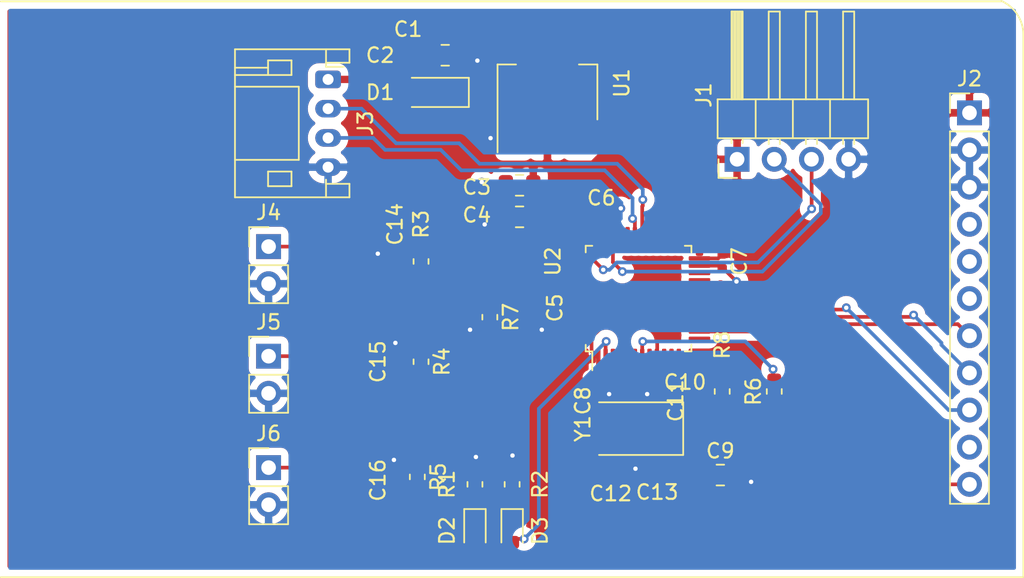
<source format=kicad_pcb>
(kicad_pcb (version 20171130) (host pcbnew "(5.1.5)-3")
  (layers (0 F.Cu signal) (31 B.Cu signal) (34 B.Paste user) (35 F.Paste user) (36 B.SilkS user) (37 F.SilkS user) (38 B.Mask user) (39 F.Mask user) (44 Edge.Cuts user))
  (net 0 "")
  (net 1 GND)
  (net 2 "Net-(C1-Pad1)")
  (net 3 +3.3VA)
  (net 4 HSE_IN)
  (net 5 HSE_OUT)
  (net 6 "Net-(D2-Pad1)")
  (net 7 "Net-(D3-Pad2)")
  (net 8 "Net-(D3-Pad1)")
  (net 9 VCC)
  (net 10 SWCLK)
  (net 11 SWDIO)
  (net 12 SS)
  (net 13 MOSI)
  (net 14 MISO)
  (net 15 SCK)
  (net 16 UART_RX)
  (net 17 UART_TX)
  (net 18 BOOT0)
  (net 19 BOOT1)
  (net 20 "Net-(U2-Pad46)")
  (net 21 "Net-(U2-Pad45)")
  (net 22 "Net-(U2-Pad43)")
  (net 23 "Net-(U2-Pad42)")
  (net 24 "Net-(U2-Pad38)")
  (net 25 CAN_TX)
  (net 26 "Net-(U2-Pad29)")
  (net 27 "Net-(U2-Pad28)")
  (net 28 "Net-(U2-Pad27)")
  (net 29 "Net-(U2-Pad26)")
  (net 30 "Net-(U2-Pad25)")
  (net 31 "Net-(U2-Pad22)")
  (net 32 "Net-(U2-Pad21)")
  (net 33 "Net-(U2-Pad20)")
  (net 34 "Net-(U2-Pad19)")
  (net 35 "Net-(U2-Pad18)")
  (net 36 "Net-(U2-Pad13)")
  (net 37 "Net-(U2-Pad12)")
  (net 38 "Net-(U2-Pad10)")
  (net 39 "Net-(U2-Pad4)")
  (net 40 "Net-(U2-Pad3)")
  (net 41 "Net-(J2-Pad10)")
  (net 42 "Net-(J2-Pad6)")
  (net 43 "Net-(J2-Pad5)")
  (net 44 "Net-(J2-Pad4)")
  (net 45 BTN_UP)
  (net 46 BTN_DOWN)
  (net 47 BTN_SELECT)
  (net 48 CAN_RX)
  (net 49 "Net-(R6-Pad2)")
  (module Connector_PinHeader_2.54mm:PinHeader_1x11_P2.54mm_Vertical (layer F.Cu) (at 85.217 26.67)
    (fp_text reference J2 (at 0 -2.33) (layer F.SilkS))
    (fp_text value LCD_SPI)
    (pad 11 thru_hole oval (at 0 25.4) (size 1.7 1.7) (drill 1) (layers *.Cu *.Mask) (net 12 SS))
    (pad 10 thru_hole oval (at 0 22.86) (size 1.7 1.7) (drill 1) (layers *.Cu *.Mask) (net 41 "Net-(J2-Pad10)"))
    (pad 9 thru_hole oval (at 0 20.32) (size 1.7 1.7) (drill 1) (layers *.Cu *.Mask) (net 13 MOSI))
    (pad 8 thru_hole oval (at 0 17.78) (size 1.7 1.7) (drill 1) (layers *.Cu *.Mask) (net 14 MISO))
    (pad 7 thru_hole oval (at 0 15.24) (size 1.7 1.7) (drill 1) (layers *.Cu *.Mask) (net 15 SCK))
    (pad 6 thru_hole oval (at 0 12.7) (size 1.7 1.7) (drill 1) (layers *.Cu *.Mask) (net 42 "Net-(J2-Pad6)"))
    (pad 5 thru_hole oval (at 0 10.16) (size 1.7 1.7) (drill 1) (layers *.Cu *.Mask) (net 43 "Net-(J2-Pad5)"))
    (pad 4 thru_hole oval (at 0 7.62) (size 1.7 1.7) (drill 1) (layers *.Cu *.Mask) (net 44 "Net-(J2-Pad4)"))
    (pad 3 thru_hole oval (at 0 5.08) (size 1.7 1.7) (drill 1) (layers *.Cu *.Mask) (net 1 GND))
    (pad 2 thru_hole oval (at 0 2.54) (size 1.7 1.7) (drill 1) (layers *.Cu *.Mask) (net 1 GND))
    (pad 1 thru_hole rect (at 0 0) (size 1.7 1.7) (drill 1) (layers *.Cu *.Mask) (net 3 +3.3VA))
  )
  (module Connector_PinHeader_2.54mm:PinHeader_1x02_P2.54mm_Vertical (layer F.Cu) (at 37.338 50.927)
    (fp_text reference J6 (at 0 -2.33) (layer F.SilkS))
    (fp_text value SELECT)
    (pad 2 thru_hole oval (at 0 2.54) (size 1.7 1.7) (drill 1) (layers *.Cu *.Mask) (net 1 GND))
    (pad 1 thru_hole rect (at 0 0) (size 1.7 1.7) (drill 1) (layers *.Cu *.Mask) (net 47 BTN_SELECT))
  )
  (module Connector_PinHeader_2.54mm:PinHeader_1x02_P2.54mm_Vertical (layer F.Cu) (at 37.338 43.307)
    (fp_text reference J5 (at 0 -2.33) (layer F.SilkS))
    (fp_text value DOWN)
    (pad 2 thru_hole oval (at 0 2.54) (size 1.7 1.7) (drill 1) (layers *.Cu *.Mask) (net 1 GND))
    (pad 1 thru_hole rect (at 0 0) (size 1.7 1.7) (drill 1) (layers *.Cu *.Mask) (net 46 BTN_DOWN))
  )
  (module Connector_PinHeader_2.54mm:PinHeader_1x02_P2.54mm_Vertical (layer F.Cu) (at 37.338 35.814)
    (fp_text reference J4 (at 0 -2.33) (layer F.SilkS))
    (fp_text value UP)
    (pad 2 thru_hole oval (at 0 2.54) (size 1.7 1.7) (drill 1) (layers *.Cu *.Mask) (net 1 GND))
    (pad 1 thru_hole rect (at 0 0) (size 1.7 1.7) (drill 1) (layers *.Cu *.Mask) (net 45 BTN_UP))
  )
  (module Connector_PinHeader_2.54mm:PinHeader_1x04_P2.54mm_Horizontal (layer F.Cu) (at 69.342 29.845 90)
    (fp_text reference J1 (at 4.385 -2.27 90) (layer F.SilkS))
    (fp_text value JTAG)
    (pad 4 thru_hole oval (at 0 7.62 90) (size 1.7 1.7) (drill 1) (layers *.Cu *.Mask) (net 1 GND))
    (pad 3 thru_hole oval (at 0 5.08 90) (size 1.7 1.7) (drill 1) (layers *.Cu *.Mask) (net 10 SWCLK))
    (pad 2 thru_hole oval (at 0 2.54 90) (size 1.7 1.7) (drill 1) (layers *.Cu *.Mask) (net 11 SWDIO))
    (pad 1 thru_hole rect (at 0 0 90) (size 1.7 1.7) (drill 1) (layers *.Cu *.Mask) (net 3 +3.3VA))
  )
  (module Resistor_SMD:R_0603_1608Metric (layer F.Cu) (at 71.882 45.72 90)
    (fp_text reference R6 (at 0 -1.43 90) (layer F.SilkS))
    (fp_text value 10k)
    (pad 2 smd roundrect (at 0.7875 0 90) (size 0.875 0.95) (layers F.Cu F.Paste F.Mask) (net 49 "Net-(R6-Pad2)"))
    (pad 1 smd roundrect (at -0.7875 0 90) (size 0.875 0.95) (layers F.Cu F.Paste F.Mask) (net 3 +3.3VA))
  )
  (module Connector_JST:JST_PH_S4B-PH-K_1x04_P2.00mm_Horizontal (layer F.Cu) (at 41.402 24.384 270)
    (fp_text reference J3 (at 3 -2.55 90) (layer F.SilkS))
    (fp_text value VESC)
    (pad 4 thru_hole oval (at 6 0 270) (size 1.2 1.75) (drill 0.75) (layers *.Cu *.Mask) (net 1 GND))
    (pad 3 thru_hole oval (at 4 0 270) (size 1.2 1.75) (drill 0.75) (layers *.Cu *.Mask) (net 16 UART_RX))
    (pad 2 thru_hole oval (at 2 0 270) (size 1.2 1.75) (drill 0.75) (layers *.Cu *.Mask) (net 17 UART_TX))
    (pad 1 thru_hole roundrect (at 0 0 270) (size 1.2 1.75) (drill 0.75) (layers *.Cu *.Mask) (roundrect_rratio 0.208333) (net 9 VCC))
  )
  (module Capacitor_SMD:C_0805_2012Metric (layer F.Cu) (at 54.483 33.782 180)
    (fp_text reference C4 (at 2.921 0.127) (layer F.SilkS))
    (fp_text value 22u)
    (pad 2 smd roundrect (at 0.9375 0 180) (size 0.975 1.4) (layers F.Cu F.Paste F.Mask) (net 1 GND))
    (pad 1 smd roundrect (at -0.9375 0 180) (size 0.975 1.4) (layers F.Cu F.Paste F.Mask) (net 3 +3.3VA))
  )
  (module Capacitor_SMD:C_0402_1005Metric (layer F.Cu) (at 49.426 20.955)
    (fp_text reference C1 (at -2.563 0) (layer F.SilkS))
    (fp_text value 100n)
    (pad 2 smd roundrect (at 0.485 0) (size 0.59 0.64) (layers F.Cu F.Paste F.Mask) (net 1 GND))
    (pad 1 smd roundrect (at -0.485 0) (size 0.59 0.64) (layers F.Cu F.Paste F.Mask) (net 2 "Net-(C1-Pad1)"))
  )
  (module Resistor_SMD:R_0603_1608Metric (layer F.Cu) (at 52.451 40.64 270)
    (fp_text reference R7 (at 0 -1.43 90) (layer F.SilkS))
    (fp_text value 10k)
    (pad 2 smd roundrect (at 0.7875 0 270) (size 0.875 0.95) (layers F.Cu F.Paste F.Mask) (net 1 GND))
    (pad 1 smd roundrect (at -0.7875 0 270) (size 0.875 0.95) (layers F.Cu F.Paste F.Mask) (net 18 BOOT0))
  )
  (module Resistor_SMD:R_0603_1608Metric (layer F.Cu) (at 47.498 51.562 270)
    (fp_text reference R5 (at 0 -1.43 90) (layer F.SilkS))
    (fp_text value 10k)
    (pad 2 smd roundrect (at 0.7875 0 270) (size 0.875 0.95) (layers F.Cu F.Paste F.Mask) (net 47 BTN_SELECT))
    (pad 1 smd roundrect (at -0.7875 0 270) (size 0.875 0.95) (layers F.Cu F.Paste F.Mask) (net 3 +3.3VA))
  )
  (module Resistor_SMD:R_0603_1608Metric (layer F.Cu) (at 47.752 43.688 270)
    (fp_text reference R4 (at 0 -1.43 90) (layer F.SilkS))
    (fp_text value 10k)
    (pad 2 smd roundrect (at 0.7875 0 270) (size 0.875 0.95) (layers F.Cu F.Paste F.Mask) (net 46 BTN_DOWN))
    (pad 1 smd roundrect (at -0.7875 0 270) (size 0.875 0.95) (layers F.Cu F.Paste F.Mask) (net 3 +3.3VA))
  )
  (module Resistor_SMD:R_0603_1608Metric (layer F.Cu) (at 47.752 36.83 270)
    (fp_text reference R3 (at -2.54 0 90) (layer F.SilkS))
    (fp_text value 10k)
    (pad 2 smd roundrect (at 0.7875 0 270) (size 0.875 0.95) (layers F.Cu F.Paste F.Mask) (net 45 BTN_UP))
    (pad 1 smd roundrect (at -0.7875 0 270) (size 0.875 0.95) (layers F.Cu F.Paste F.Mask) (net 3 +3.3VA))
  )
  (module Capacitor_SMD:C_0402_1005Metric (layer F.Cu) (at 45.974 51.793 90)
    (fp_text reference C16 (at 0 -1.17 90) (layer F.SilkS))
    (fp_text value 100n)
    (pad 2 smd roundrect (at 0.485 0 90) (size 0.59 0.64) (layers F.Cu F.Paste F.Mask) (net 1 GND))
    (pad 1 smd roundrect (at -0.485 0 90) (size 0.59 0.64) (layers F.Cu F.Paste F.Mask) (net 47 BTN_SELECT))
  )
  (module Capacitor_SMD:C_0402_1005Metric (layer F.Cu) (at 45.974 43.688 90)
    (fp_text reference C15 (at 0 -1.17 90) (layer F.SilkS))
    (fp_text value 100n)
    (pad 2 smd roundrect (at 0.485 0 90) (size 0.59 0.64) (layers F.Cu F.Paste F.Mask) (net 1 GND))
    (pad 1 smd roundrect (at -0.485 0 90) (size 0.59 0.64) (layers F.Cu F.Paste F.Mask) (net 46 BTN_DOWN))
  )
  (module Capacitor_SMD:C_0402_1005Metric (layer F.Cu) (at 45.974 36.83 90)
    (fp_text reference C14 (at 2.54 0 90) (layer F.SilkS))
    (fp_text value 100n)
    (pad 2 smd roundrect (at 0.485 0 90) (size 0.59 0.64) (layers F.Cu F.Paste F.Mask) (net 1 GND))
    (pad 1 smd roundrect (at -0.485 0 90) (size 0.59 0.64) (layers F.Cu F.Paste F.Mask) (net 45 BTN_UP))
  )
  (module Capacitor_SMD:C_0805_2012Metric (layer F.Cu) (at 68.199 51.435)
    (fp_text reference C9 (at 0 -1.65) (layer F.SilkS))
    (fp_text value 10u)
    (pad 2 smd roundrect (at 0.9375 0) (size 0.975 1.4) (layers F.Cu F.Paste F.Mask) (net 1 GND))
    (pad 1 smd roundrect (at -0.9375 0) (size 0.975 1.4) (layers F.Cu F.Paste F.Mask) (net 3 +3.3VA))
  )
  (module Package_TO_SOT_SMD:SOT-223-3_TabPin2 (layer F.Cu) (at 56.388 25.273 90)
    (fp_text reference U1 (at 0.635 5.08 90) (layer F.SilkS))
    (fp_text value AMS1117-3.3)
    (pad 1 smd rect (at -3.15 -2.3 90) (size 2 1.5) (layers F.Cu F.Paste F.Mask) (net 1 GND))
    (pad 3 smd rect (at -3.15 2.3 90) (size 2 1.5) (layers F.Cu F.Paste F.Mask) (net 2 "Net-(C1-Pad1)"))
    (pad 2 smd rect (at -3.15 0 90) (size 2 1.5) (layers F.Cu F.Paste F.Mask) (net 3 +3.3VA))
    (pad 2 smd rect (at 3.15 0 90) (size 2 3.8) (layers F.Cu F.Paste F.Mask) (net 3 +3.3VA))
  )
  (module Resistor_SMD:R_0603_1608Metric (layer F.Cu) (at 68.326 45.72 270)
    (fp_text reference R8 (at -3.175 0 90) (layer F.SilkS))
    (fp_text value 10k)
    (pad 2 smd roundrect (at 0.7875 0 270) (size 0.875 0.95) (layers F.Cu F.Paste F.Mask) (net 1 GND))
    (pad 1 smd roundrect (at -0.7875 0 270) (size 0.875 0.95) (layers F.Cu F.Paste F.Mask) (net 19 BOOT1))
  )
  (module Resistor_SMD:R_0603_1608Metric (layer F.Cu) (at 53.975 52.07 90)
    (fp_text reference R2 (at 0 1.905 90) (layer F.SilkS))
    (fp_text value 1k)
    (pad 2 smd roundrect (at 0.7875 0 90) (size 0.875 0.95) (layers F.Cu F.Paste F.Mask) (net 1 GND))
    (pad 1 smd roundrect (at -0.7875 0 90) (size 0.875 0.95) (layers F.Cu F.Paste F.Mask) (net 8 "Net-(D3-Pad1)"))
  )
  (module Resistor_SMD:R_0603_1608Metric (layer F.Cu) (at 51.435 52.07 90)
    (fp_text reference R1 (at 0 -1.905 90) (layer F.SilkS))
    (fp_text value 1k)
    (pad 2 smd roundrect (at 0.7875 0 90) (size 0.875 0.95) (layers F.Cu F.Paste F.Mask) (net 1 GND))
    (pad 1 smd roundrect (at -0.7875 0 90) (size 0.875 0.95) (layers F.Cu F.Paste F.Mask) (net 6 "Net-(D2-Pad1)"))
  )
  (module LED_SMD:LED_0603_1608Metric (layer F.Cu) (at 53.975 55.245 270)
    (fp_text reference D3 (at 0 -1.905 90) (layer F.SilkS))
    (fp_text value Blue)
    (pad 2 smd roundrect (at 0.7875 0 270) (size 0.875 0.95) (layers F.Cu F.Paste F.Mask) (net 7 "Net-(D3-Pad2)"))
    (pad 1 smd roundrect (at -0.7875 0 270) (size 0.875 0.95) (layers F.Cu F.Paste F.Mask) (net 8 "Net-(D3-Pad1)"))
  )
  (module LED_SMD:LED_0603_1608Metric (layer F.Cu) (at 51.435 55.245 270)
    (fp_text reference D2 (at 0 1.905 90) (layer F.SilkS))
    (fp_text value Red)
    (pad 2 smd roundrect (at 0.7875 0 270) (size 0.875 0.95) (layers F.Cu F.Paste F.Mask) (net 3 +3.3VA))
    (pad 1 smd roundrect (at -0.7875 0 270) (size 0.875 0.95) (layers F.Cu F.Paste F.Mask) (net 6 "Net-(D2-Pad1)"))
  )
  (module Diode_SMD:D_SOD-123 (layer F.Cu) (at 48.768 25.273 180)
    (fp_text reference D1 (at 3.81 0) (layer F.SilkS))
    (fp_text value B5819w)
    (pad 2 smd rect (at 1.65 0 180) (size 0.9 1.2) (layers F.Cu F.Paste F.Mask) (net 9 VCC))
    (pad 1 smd rect (at -1.65 0 180) (size 0.9 1.2) (layers F.Cu F.Paste F.Mask) (net 2 "Net-(C1-Pad1)"))
  )
  (module Capacitor_SMD:C_0402_1005Metric (layer F.Cu) (at 63.881 51.435 180)
    (fp_text reference C13 (at 0 -1.17) (layer F.SilkS))
    (fp_text value 15p)
    (pad 2 smd roundrect (at 0.485 0 180) (size 0.59 0.64) (layers F.Cu F.Paste F.Mask) (net 1 GND))
    (pad 1 smd roundrect (at -0.485 0 180) (size 0.59 0.64) (layers F.Cu F.Paste F.Mask) (net 5 HSE_OUT))
  )
  (module Capacitor_SMD:C_0402_1005Metric (layer F.Cu) (at 60.706 51.435)
    (fp_text reference C12 (at 0 1.27) (layer F.SilkS))
    (fp_text value 15p)
    (pad 2 smd roundrect (at 0.485 0) (size 0.59 0.64) (layers F.Cu F.Paste F.Mask) (net 1 GND))
    (pad 1 smd roundrect (at -0.485 0) (size 0.59 0.64) (layers F.Cu F.Paste F.Mask) (net 4 HSE_IN))
  )
  (module Capacitor_SMD:C_0402_1005Metric (layer F.Cu) (at 66.421 46.355 270)
    (fp_text reference C11 (at 0 1.27 90) (layer F.SilkS))
    (fp_text value 1u)
    (pad 2 smd roundrect (at 0.485 0 270) (size 0.59 0.64) (layers F.Cu F.Paste F.Mask) (net 1 GND))
    (pad 1 smd roundrect (at -0.485 0 270) (size 0.59 0.64) (layers F.Cu F.Paste F.Mask) (net 3 +3.3VA))
  )
  (module Capacitor_SMD:C_0402_1005Metric (layer F.Cu) (at 63.881 45.085 180)
    (fp_text reference C10 (at -1.905 0) (layer F.SilkS))
    (fp_text value 100n)
    (pad 2 smd roundrect (at 0.485 0 180) (size 0.59 0.64) (layers F.Cu F.Paste F.Mask) (net 1 GND))
    (pad 1 smd roundrect (at -0.485 0 180) (size 0.59 0.64) (layers F.Cu F.Paste F.Mask) (net 3 +3.3VA))
  )
  (module Capacitor_SMD:C_0402_1005Metric (layer F.Cu) (at 60.071 45.085)
    (fp_text reference C8 (at -1.27 1.27 -90) (layer F.SilkS))
    (fp_text value 100n)
    (pad 2 smd roundrect (at 0.485 0) (size 0.59 0.64) (layers F.Cu F.Paste F.Mask) (net 1 GND))
    (pad 1 smd roundrect (at -0.485 0) (size 0.59 0.64) (layers F.Cu F.Paste F.Mask) (net 3 +3.3VA))
  )
  (module Package_QFP:LQFP-48_7x7mm_P0.5mm (layer F.Cu) (at 62.611 39.37 90)
    (fp_text reference U2 (at 2.54 -5.85 90) (layer F.SilkS))
    (fp_text value STM32F103C8T6)
    (pad 48 smd roundrect (at -2.75 -4.1625 90) (size 0.3 1.475) (layers F.Cu F.Paste F.Mask) (net 3 +3.3VA))
    (pad 47 smd roundrect (at -2.25 -4.1625 90) (size 0.3 1.475) (layers F.Cu F.Paste F.Mask) (net 1 GND))
    (pad 46 smd roundrect (at -1.75 -4.1625 90) (size 0.3 1.475) (layers F.Cu F.Paste F.Mask) (net 20 "Net-(U2-Pad46)"))
    (pad 45 smd roundrect (at -1.25 -4.1625 90) (size 0.3 1.475) (layers F.Cu F.Paste F.Mask) (net 21 "Net-(U2-Pad45)"))
    (pad 44 smd roundrect (at -0.75 -4.1625 90) (size 0.3 1.475) (layers F.Cu F.Paste F.Mask) (net 18 BOOT0))
    (pad 43 smd roundrect (at -0.25 -4.1625 90) (size 0.3 1.475) (layers F.Cu F.Paste F.Mask) (net 22 "Net-(U2-Pad43)"))
    (pad 42 smd roundrect (at 0.25 -4.1625 90) (size 0.3 1.475) (layers F.Cu F.Paste F.Mask) (net 23 "Net-(U2-Pad42)"))
    (pad 41 smd roundrect (at 0.75 -4.1625 90) (size 0.3 1.475) (layers F.Cu F.Paste F.Mask) (net 47 BTN_SELECT))
    (pad 40 smd roundrect (at 1.25 -4.1625 90) (size 0.3 1.475) (layers F.Cu F.Paste F.Mask) (net 46 BTN_DOWN))
    (pad 39 smd roundrect (at 1.75 -4.1625 90) (size 0.3 1.475) (layers F.Cu F.Paste F.Mask) (net 45 BTN_UP))
    (pad 38 smd roundrect (at 2.25 -4.1625 90) (size 0.3 1.475) (layers F.Cu F.Paste F.Mask) (net 24 "Net-(U2-Pad38)"))
    (pad 37 smd roundrect (at 2.75 -4.1625 90) (size 0.3 1.475) (layers F.Cu F.Paste F.Mask) (net 10 SWCLK))
    (pad 36 smd roundrect (at 4.1625 -2.75 90) (size 1.475 0.3) (layers F.Cu F.Paste F.Mask) (net 3 +3.3VA))
    (pad 35 smd roundrect (at 4.1625 -2.25 90) (size 1.475 0.3) (layers F.Cu F.Paste F.Mask) (net 1 GND))
    (pad 34 smd roundrect (at 4.1625 -1.75 90) (size 1.475 0.3) (layers F.Cu F.Paste F.Mask) (net 11 SWDIO))
    (pad 33 smd roundrect (at 4.1625 -1.25 90) (size 1.475 0.3) (layers F.Cu F.Paste F.Mask) (net 25 CAN_TX))
    (pad 32 smd roundrect (at 4.1625 -0.75 90) (size 1.475 0.3) (layers F.Cu F.Paste F.Mask) (net 48 CAN_RX))
    (pad 31 smd roundrect (at 4.1625 -0.25 90) (size 1.475 0.3) (layers F.Cu F.Paste F.Mask) (net 16 UART_RX))
    (pad 30 smd roundrect (at 4.1625 0.25 90) (size 1.475 0.3) (layers F.Cu F.Paste F.Mask) (net 17 UART_TX))
    (pad 29 smd roundrect (at 4.1625 0.75 90) (size 1.475 0.3) (layers F.Cu F.Paste F.Mask) (net 26 "Net-(U2-Pad29)"))
    (pad 28 smd roundrect (at 4.1625 1.25 90) (size 1.475 0.3) (layers F.Cu F.Paste F.Mask) (net 27 "Net-(U2-Pad28)"))
    (pad 27 smd roundrect (at 4.1625 1.75 90) (size 1.475 0.3) (layers F.Cu F.Paste F.Mask) (net 28 "Net-(U2-Pad27)"))
    (pad 26 smd roundrect (at 4.1625 2.25 90) (size 1.475 0.3) (layers F.Cu F.Paste F.Mask) (net 29 "Net-(U2-Pad26)"))
    (pad 25 smd roundrect (at 4.1625 2.75 90) (size 1.475 0.3) (layers F.Cu F.Paste F.Mask) (net 30 "Net-(U2-Pad25)"))
    (pad 24 smd roundrect (at 2.75 4.1625 90) (size 0.3 1.475) (layers F.Cu F.Paste F.Mask) (net 3 +3.3VA))
    (pad 23 smd roundrect (at 2.25 4.1625 90) (size 0.3 1.475) (layers F.Cu F.Paste F.Mask) (net 1 GND))
    (pad 22 smd roundrect (at 1.75 4.1625 90) (size 0.3 1.475) (layers F.Cu F.Paste F.Mask) (net 31 "Net-(U2-Pad22)"))
    (pad 21 smd roundrect (at 1.25 4.1625 90) (size 0.3 1.475) (layers F.Cu F.Paste F.Mask) (net 32 "Net-(U2-Pad21)"))
    (pad 20 smd roundrect (at 0.75 4.1625 90) (size 0.3 1.475) (layers F.Cu F.Paste F.Mask) (net 33 "Net-(U2-Pad20)"))
    (pad 19 smd roundrect (at 0.25 4.1625 90) (size 0.3 1.475) (layers F.Cu F.Paste F.Mask) (net 34 "Net-(U2-Pad19)"))
    (pad 18 smd roundrect (at -0.25 4.1625 90) (size 0.3 1.475) (layers F.Cu F.Paste F.Mask) (net 35 "Net-(U2-Pad18)"))
    (pad 17 smd roundrect (at -0.75 4.1625 90) (size 0.3 1.475) (layers F.Cu F.Paste F.Mask) (net 13 MOSI))
    (pad 16 smd roundrect (at -1.25 4.1625 90) (size 0.3 1.475) (layers F.Cu F.Paste F.Mask) (net 14 MISO))
    (pad 15 smd roundrect (at -1.75 4.1625 90) (size 0.3 1.475) (layers F.Cu F.Paste F.Mask) (net 15 SCK))
    (pad 14 smd roundrect (at -2.25 4.1625 90) (size 0.3 1.475) (layers F.Cu F.Paste F.Mask) (net 12 SS))
    (pad 13 smd roundrect (at -2.75 4.1625 90) (size 0.3 1.475) (layers F.Cu F.Paste F.Mask) (net 36 "Net-(U2-Pad13)"))
    (pad 12 smd roundrect (at -4.1625 2.75 90) (size 1.475 0.3) (layers F.Cu F.Paste F.Mask) (net 37 "Net-(U2-Pad12)"))
    (pad 11 smd roundrect (at -4.1625 2.25 90) (size 1.475 0.3) (layers F.Cu F.Paste F.Mask) (net 19 BOOT1))
    (pad 10 smd roundrect (at -4.1625 1.75 90) (size 1.475 0.3) (layers F.Cu F.Paste F.Mask) (net 38 "Net-(U2-Pad10)"))
    (pad 9 smd roundrect (at -4.1625 1.25 90) (size 1.475 0.3) (layers F.Cu F.Paste F.Mask) (net 3 +3.3VA))
    (pad 8 smd roundrect (at -4.1625 0.75 90) (size 1.475 0.3) (layers F.Cu F.Paste F.Mask) (net 1 GND))
    (pad 7 smd roundrect (at -4.1625 0.25 90) (size 1.475 0.3) (layers F.Cu F.Paste F.Mask) (net 49 "Net-(R6-Pad2)"))
    (pad 6 smd roundrect (at -4.1625 -0.25 90) (size 1.475 0.3) (layers F.Cu F.Paste F.Mask) (net 5 HSE_OUT))
    (pad 5 smd roundrect (at -4.1625 -0.75 90) (size 1.475 0.3) (layers F.Cu F.Paste F.Mask) (net 4 HSE_IN))
    (pad 4 smd roundrect (at -4.1625 -1.25 90) (size 1.475 0.3) (layers F.Cu F.Paste F.Mask) (net 39 "Net-(U2-Pad4)"))
    (pad 3 smd roundrect (at -4.1625 -1.75 90) (size 1.475 0.3) (layers F.Cu F.Paste F.Mask) (net 40 "Net-(U2-Pad3)"))
    (pad 2 smd roundrect (at -4.1625 -2.25 90) (size 1.475 0.3) (layers F.Cu F.Paste F.Mask) (net 7 "Net-(D3-Pad2)"))
    (pad 1 smd roundrect (at -4.1625 -2.75 90) (size 1.475 0.3) (layers F.Cu F.Paste F.Mask) (net 3 +3.3VA))
  )
  (module Crystal:Crystal_SMD_5032-2Pin_5.0x3.2mm (layer F.Cu) (at 62.611 48.26 180)
    (fp_text reference Y1 (at 3.81 0 270) (layer F.SilkS))
    (fp_text value 8MHz)
    (pad 2 smd rect (at 1.85 0 180) (size 2 2.4) (layers F.Cu F.Paste F.Mask) (net 4 HSE_IN))
    (pad 1 smd rect (at -1.85 0 180) (size 2 2.4) (layers F.Cu F.Paste F.Mask) (net 5 HSE_OUT))
  )
  (module Capacitor_SMD:C_0402_1005Metric (layer F.Cu) (at 68.326 36.83 270)
    (fp_text reference C7 (at 0 -1.17 90) (layer F.SilkS))
    (fp_text value 100n)
    (pad 2 smd roundrect (at 0.485 0 270) (size 0.59 0.64) (layers F.Cu F.Paste F.Mask) (net 1 GND))
    (pad 1 smd roundrect (at -0.485 0 270) (size 0.59 0.64) (layers F.Cu F.Paste F.Mask) (net 3 +3.3VA))
  )
  (module Capacitor_SMD:C_0402_1005Metric (layer F.Cu) (at 60.071 33.655)
    (fp_text reference C6 (at 0 -1.17) (layer F.SilkS))
    (fp_text value 100n)
    (pad 2 smd roundrect (at 0.485 0) (size 0.59 0.64) (layers F.Cu F.Paste F.Mask) (net 1 GND))
    (pad 1 smd roundrect (at -0.485 0) (size 0.59 0.64) (layers F.Cu F.Paste F.Mask) (net 3 +3.3VA))
  )
  (module Capacitor_SMD:C_0402_1005Metric (layer F.Cu) (at 56.896 41.91 90)
    (fp_text reference C5 (at 1.905 0 90) (layer F.SilkS))
    (fp_text value 100n)
    (pad 2 smd roundrect (at 0.485 0 90) (size 0.59 0.64) (layers F.Cu F.Paste F.Mask) (net 1 GND))
    (pad 1 smd roundrect (at -0.485 0 90) (size 0.59 0.64) (layers F.Cu F.Paste F.Mask) (net 3 +3.3VA))
  )
  (module Capacitor_SMD:C_0805_2012Metric (layer F.Cu) (at 54.483 31.623 180)
    (fp_text reference C3 (at 2.921 -0.127) (layer F.SilkS))
    (fp_text value 22u)
    (pad 2 smd roundrect (at 0.9375 0 180) (size 0.975 1.4) (layers F.Cu F.Paste F.Mask) (net 1 GND))
    (pad 1 smd roundrect (at -0.9375 0 180) (size 0.975 1.4) (layers F.Cu F.Paste F.Mask) (net 3 +3.3VA))
  )
  (module Capacitor_SMD:C_0805_2012Metric (layer F.Cu) (at 49.403 22.733)
    (fp_text reference C2 (at -4.445 0) (layer F.SilkS))
    (fp_text value 10u)
    (pad 2 smd roundrect (at 0.9375 0) (size 0.975 1.4) (layers F.Cu F.Paste F.Mask) (net 1 GND))
    (pad 1 smd roundrect (at -0.9375 0) (size 0.975 1.4) (layers F.Cu F.Paste F.Mask) (net 2 "Net-(C1-Pad1)"))
  )
  (gr_line (start 87.376 19.05) (end 19.05 19.05) (layer F.SilkS) (width 0.12))
  (gr_line (start 88.9 21.336) (end 88.9 58.42) (layer F.SilkS) (width 0.12))
  (gr_arc (start 86.36 21.336) (end 88.9 21.336) (angle -66.03751103) (layer F.SilkS) (width 0.12))
  (gr_line (start 88.9 58.42) (end 19.05 58.42) (layer F.SilkS) (width 0.12))
  (segment (start 68.131 37.12) (end 68.326 37.315) (width 0.25) (layer F.Cu) (net 1))
  (segment (start 66.7735 37.12) (end 68.131 37.12) (width 0.25) (layer F.Cu) (net 1))
  (via (at 51.6 23.1) (size 0.6) (drill 0.3) (layers F.Cu B.Cu) (net 1))
  (via (at 52.5 28.4) (size 0.6) (drill 0.3) (layers F.Cu B.Cu) (net 1))
  (segment (start 53.5455 31.623) (end 52.123 31.623) (width 0.25) (layer F.Cu) (net 1))
  (via (at 51.9 31.4) (size 0.6) (drill 0.3) (layers F.Cu B.Cu) (net 1))
  (segment (start 52.123 31.623) (end 51.9 31.4) (width 0.25) (layer F.Cu) (net 1))
  (via (at 52.1 34.3) (size 0.6) (drill 0.3) (layers F.Cu B.Cu) (net 1))
  (segment (start 53.5455 33.782) (end 52.618 33.782) (width 0.25) (layer F.Cu) (net 1))
  (segment (start 52.618 33.782) (end 52.1 34.3) (width 0.25) (layer F.Cu) (net 1))
  (segment (start 49.911 22.3035) (end 50.3405 22.733) (width 0.5) (layer F.Cu) (net 1))
  (segment (start 49.911 20.955) (end 49.911 22.3035) (width 0.5) (layer F.Cu) (net 1))
  (segment (start 51.233 22.733) (end 51.6 23.1) (width 0.5) (layer F.Cu) (net 1))
  (segment (start 50.3405 22.733) (end 51.233 22.733) (width 0.5) (layer F.Cu) (net 1))
  (segment (start 52.523 28.423) (end 52.5 28.4) (width 0.5) (layer F.Cu) (net 1))
  (segment (start 54.088 28.423) (end 52.523 28.423) (width 0.5) (layer F.Cu) (net 1))
  (segment (start 45.974 36.345) (end 44.845 36.345) (width 0.25) (layer F.Cu) (net 1))
  (via (at 44.8 36.3) (size 0.6) (drill 0.3) (layers F.Cu B.Cu) (net 1))
  (segment (start 44.845 36.345) (end 44.8 36.3) (width 0.25) (layer F.Cu) (net 1))
  (segment (start 45.974 43.203) (end 45.974 42.426) (width 0.25) (layer F.Cu) (net 1))
  (via (at 46 42.4) (size 0.6) (drill 0.3) (layers F.Cu B.Cu) (net 1))
  (segment (start 45.974 42.426) (end 46 42.4) (width 0.25) (layer F.Cu) (net 1))
  (segment (start 45.974 51.308) (end 45.974 50.474) (width 0.25) (layer F.Cu) (net 1))
  (via (at 45.9 50.4) (size 0.6) (drill 0.3) (layers F.Cu B.Cu) (net 1))
  (segment (start 45.974 50.474) (end 45.9 50.4) (width 0.25) (layer F.Cu) (net 1))
  (segment (start 51.435 51.2825) (end 53.975 51.2825) (width 0.25) (layer F.Cu) (net 1))
  (via (at 51.5 50.2) (size 0.6) (drill 0.3) (layers F.Cu B.Cu) (net 1))
  (segment (start 51.435 51.2825) (end 51.435 50.265) (width 0.25) (layer F.Cu) (net 1))
  (segment (start 51.435 50.265) (end 51.5 50.2) (width 0.25) (layer F.Cu) (net 1))
  (via (at 54 50.1) (size 0.6) (drill 0.3) (layers F.Cu B.Cu) (net 1))
  (segment (start 53.975 51.2825) (end 53.975 50.125) (width 0.25) (layer F.Cu) (net 1))
  (segment (start 53.975 50.125) (end 54 50.1) (width 0.25) (layer F.Cu) (net 1))
  (segment (start 63.066 51.4) (end 62.5 51.4) (width 0.25) (layer F.Cu) (net 1))
  (segment (start 63.101 51.435) (end 63.066 51.4) (width 0.25) (layer F.Cu) (net 1))
  (segment (start 63.396 51.435) (end 63.101 51.435) (width 0.25) (layer F.Cu) (net 1))
  (segment (start 61.191 51.435) (end 62.5 51.4) (width 0.25) (layer F.Cu) (net 1))
  (via (at 62.4 51) (size 0.6) (drill 0.3) (layers F.Cu B.Cu) (net 1))
  (segment (start 63.396 51.435) (end 62.835 51.435) (width 0.25) (layer F.Cu) (net 1))
  (segment (start 62.835 51.435) (end 62.4 51) (width 0.25) (layer F.Cu) (net 1))
  (via (at 70.3 51.9) (size 0.6) (drill 0.3) (layers F.Cu B.Cu) (net 1))
  (segment (start 69.1365 51.435) (end 69.835 51.435) (width 0.25) (layer F.Cu) (net 1))
  (segment (start 69.835 51.435) (end 70.3 51.9) (width 0.25) (layer F.Cu) (net 1))
  (segment (start 57.091 41.62) (end 56.896 41.425) (width 0.25) (layer F.Cu) (net 1))
  (segment (start 58.4485 41.62) (end 57.091 41.62) (width 0.25) (layer F.Cu) (net 1))
  (via (at 56 41.5) (size 0.6) (drill 0.3) (layers F.Cu B.Cu) (net 1))
  (segment (start 56.896 41.425) (end 56.075 41.425) (width 0.25) (layer F.Cu) (net 1))
  (segment (start 56.075 41.425) (end 56 41.5) (width 0.25) (layer F.Cu) (net 1))
  (via (at 51.1 41.5) (size 0.6) (drill 0.3) (layers F.Cu B.Cu) (net 1))
  (segment (start 52.451 41.4275) (end 51.1725 41.4275) (width 0.25) (layer F.Cu) (net 1))
  (segment (start 51.1725 41.4275) (end 51.1 41.5) (width 0.25) (layer F.Cu) (net 1))
  (via (at 61.4 33.2) (size 0.6) (drill 0.3) (layers F.Cu B.Cu) (net 1))
  (segment (start 60.556 33.655) (end 60.945 33.655) (width 0.25) (layer F.Cu) (net 1))
  (segment (start 60.945 33.655) (end 61.4 33.2) (width 0.25) (layer F.Cu) (net 1))
  (segment (start 63.361 45.05) (end 63.361 43.5325) (width 0.25) (layer F.Cu) (net 1))
  (segment (start 63.396 45.085) (end 63.361 45.05) (width 0.25) (layer F.Cu) (net 1))
  (via (at 60.6 45.9) (size 0.6) (drill 0.3) (layers F.Cu B.Cu) (net 1))
  (segment (start 60.556 45.085) (end 60.556 45.856) (width 0.25) (layer F.Cu) (net 1))
  (segment (start 60.556 45.856) (end 60.6 45.9) (width 0.25) (layer F.Cu) (net 1))
  (via (at 63.2 45.9) (size 0.6) (drill 0.3) (layers F.Cu B.Cu) (net 1))
  (segment (start 63.396 45.085) (end 63.396 45.704) (width 0.25) (layer F.Cu) (net 1))
  (segment (start 63.396 45.704) (end 63.2 45.9) (width 0.25) (layer F.Cu) (net 1))
  (segment (start 67.9935 46.84) (end 68.326 46.5075) (width 0.25) (layer F.Cu) (net 1))
  (segment (start 66.421 46.84) (end 67.9935 46.84) (width 0.25) (layer F.Cu) (net 1))
  (segment (start 68.326 50.6245) (end 69.1365 51.435) (width 0.25) (layer F.Cu) (net 1))
  (segment (start 68.326 46.5075) (end 68.326 50.6245) (width 0.25) (layer F.Cu) (net 1))
  (via (at 69.3 38.2) (size 0.6) (drill 0.3) (layers F.Cu B.Cu) (net 1))
  (segment (start 68.326 37.315) (end 68.415 37.315) (width 0.25) (layer F.Cu) (net 1))
  (segment (start 68.415 37.315) (end 69.3 38.2) (width 0.25) (layer F.Cu) (net 1))
  (segment (start 60.361 33.85) (end 60.361 35.2075) (width 0.25) (layer F.Cu) (net 1))
  (segment (start 60.556 33.655) (end 60.361 33.85) (width 0.25) (layer F.Cu) (net 1))
  (segment (start 59.574999 35.025001) (end 59.574999 36.025001) (width 0.25) (layer B.Cu) (net 1))
  (segment (start 61.4 33.2) (end 59.574999 35.025001) (width 0.25) (layer B.Cu) (net 1))
  (segment (start 56 39.6) (end 56 41.5) (width 0.25) (layer B.Cu) (net 1))
  (segment (start 59.574999 36.025001) (end 56 39.6) (width 0.25) (layer B.Cu) (net 1))
  (segment (start 68.5 39) (end 69.3 38.2) (width 0.25) (layer B.Cu) (net 1))
  (segment (start 61.4 33.9) (end 58.7 36.6) (width 0.25) (layer B.Cu) (net 1))
  (segment (start 61.4 33.2) (end 61.4 33.9) (width 0.25) (layer B.Cu) (net 1))
  (segment (start 58.7 36.6) (end 58.7 38.4) (width 0.25) (layer B.Cu) (net 1))
  (segment (start 58.7 38.4) (end 59.3 39) (width 0.25) (layer B.Cu) (net 1))
  (segment (start 59.3 39) (end 68.5 39) (width 0.25) (layer B.Cu) (net 1))
  (segment (start 58.688 26.923) (end 58.688 28.423) (width 0.5) (layer F.Cu) (net 2))
  (segment (start 57.038 25.273) (end 58.688 26.923) (width 0.5) (layer F.Cu) (net 2))
  (segment (start 50.418 25.273) (end 57.038 25.273) (width 0.5) (layer F.Cu) (net 2))
  (segment (start 50.418 24.6855) (end 48.4655 22.733) (width 0.5) (layer F.Cu) (net 2))
  (segment (start 50.418 25.273) (end 50.418 24.6855) (width 0.5) (layer F.Cu) (net 2))
  (segment (start 48.941 22.2575) (end 48.4655 22.733) (width 0.5) (layer F.Cu) (net 2))
  (segment (start 48.941 20.955) (end 48.941 22.2575) (width 0.5) (layer F.Cu) (net 2))
  (segment (start 68.051 36.62) (end 68.326 36.345) (width 0.25) (layer F.Cu) (net 3))
  (segment (start 66.7735 36.62) (end 68.051 36.62) (width 0.25) (layer F.Cu) (net 3))
  (segment (start 56.388 22.123) (end 56.523 22.123) (width 0.5) (layer F.Cu) (net 3))
  (segment (start 56.523 22.123) (end 60.3 25.9) (width 0.5) (layer F.Cu) (net 3))
  (segment (start 83.867 26.67) (end 85.217 26.67) (width 0.5) (layer F.Cu) (net 3))
  (segment (start 69.342 28.495) (end 71.167 26.67) (width 0.5) (layer F.Cu) (net 3))
  (segment (start 69.342 29.845) (end 69.342 28.495) (width 0.5) (layer F.Cu) (net 3))
  (segment (start 68.646 36.345) (end 70.391 34.6) (width 0.5) (layer F.Cu) (net 3))
  (segment (start 68.326 36.345) (end 68.646 36.345) (width 0.5) (layer F.Cu) (net 3))
  (segment (start 74.131002 34.6) (end 76.031002 32.7) (width 0.5) (layer F.Cu) (net 3))
  (segment (start 70.391 34.6) (end 74.131002 34.6) (width 0.5) (layer F.Cu) (net 3))
  (segment (start 76.031002 32.7) (end 81 32.7) (width 0.5) (layer F.Cu) (net 3))
  (segment (start 81.63 32.07) (end 81.63 26.67) (width 0.5) (layer F.Cu) (net 3))
  (segment (start 81 32.7) (end 81.63 32.07) (width 0.5) (layer F.Cu) (net 3))
  (segment (start 71.167 26.67) (end 81.63 26.67) (width 0.5) (layer F.Cu) (net 3))
  (segment (start 81.63 26.67) (end 83.867 26.67) (width 0.5) (layer F.Cu) (net 3))
  (segment (start 70.397 25.9) (end 71.167 26.67) (width 0.5) (layer F.Cu) (net 3))
  (segment (start 60.3 25.9) (end 70.397 25.9) (width 0.5) (layer F.Cu) (net 3))
  (segment (start 60.3 26.7) (end 60.2 26.8) (width 0.5) (layer F.Cu) (net 3))
  (segment (start 60.3 25.9) (end 60.3 26.7) (width 0.5) (layer F.Cu) (net 3))
  (segment (start 60.2 29.471002) (end 59.471002 30.2) (width 0.5) (layer F.Cu) (net 3))
  (segment (start 60.2 26.8) (end 60.2 29.471002) (width 0.5) (layer F.Cu) (net 3))
  (segment (start 56.388 29.923) (end 56.388 28.423) (width 0.5) (layer F.Cu) (net 3))
  (segment (start 56.665 30.2) (end 56.388 29.923) (width 0.5) (layer F.Cu) (net 3))
  (segment (start 59.471002 30.2) (end 56.665 30.2) (width 0.5) (layer F.Cu) (net 3))
  (segment (start 54.934973 34.267527) (end 54.934973 35.265027) (width 0.5) (layer F.Cu) (net 3))
  (segment (start 55.4205 33.782) (end 54.934973 34.267527) (width 0.5) (layer F.Cu) (net 3))
  (segment (start 54.934973 35.265027) (end 54.1575 36.0425) (width 0.5) (layer F.Cu) (net 3))
  (segment (start 54.1575 36.0425) (end 49.7575 36.0425) (width 0.5) (layer F.Cu) (net 3))
  (segment (start 49.7575 36.0425) (end 47.752 36.0425) (width 0.5) (layer F.Cu) (net 3))
  (segment (start 64.366 45.066768) (end 64.366 45.085) (width 0.25) (layer F.Cu) (net 3))
  (segment (start 63.861 44.561768) (end 64.366 45.066768) (width 0.25) (layer F.Cu) (net 3))
  (segment (start 63.861 43.5325) (end 63.861 44.561768) (width 0.25) (layer F.Cu) (net 3))
  (segment (start 63.88599 43.41401) (end 63.88599 40.98599) (width 0.25) (layer F.Cu) (net 3))
  (segment (start 63.861 43.5325) (end 63.861 43.439) (width 0.25) (layer F.Cu) (net 3))
  (segment (start 63.861 43.439) (end 63.88599 43.41401) (width 0.25) (layer F.Cu) (net 3))
  (segment (start 63.88599 40.98599) (end 63.2 40.3) (width 0.25) (layer F.Cu) (net 3))
  (segment (start 63.2 40.3) (end 61.2 40.3) (width 0.25) (layer F.Cu) (net 3))
  (segment (start 59.38 42.12) (end 58.4485 42.12) (width 0.25) (layer F.Cu) (net 3))
  (segment (start 59.861 43.439) (end 59.4 42.978) (width 0.25) (layer F.Cu) (net 3))
  (segment (start 59.4 42.978) (end 59.4 42) (width 0.25) (layer F.Cu) (net 3))
  (segment (start 59.861 43.5325) (end 59.861 43.439) (width 0.25) (layer F.Cu) (net 3))
  (segment (start 61.2 40.3) (end 59.4 42) (width 0.25) (layer F.Cu) (net 3))
  (segment (start 59.4 42) (end 59.38 42.12) (width 0.25) (layer F.Cu) (net 3))
  (segment (start 57.171 42.12) (end 56.896 42.395) (width 0.25) (layer F.Cu) (net 3))
  (segment (start 58.4485 42.12) (end 57.171 42.12) (width 0.25) (layer F.Cu) (net 3))
  (segment (start 59.861 33.93) (end 59.586 33.655) (width 0.25) (layer F.Cu) (net 3))
  (segment (start 59.861 35.2075) (end 59.861 33.93) (width 0.25) (layer F.Cu) (net 3))
  (segment (start 56.846 35.2075) (end 55.4205 33.782) (width 0.25) (layer F.Cu) (net 3))
  (segment (start 59.861 35.2075) (end 56.846 35.2075) (width 0.25) (layer F.Cu) (net 3))
  (segment (start 61.861 47.16) (end 60.761 48.26) (width 0.25) (layer F.Cu) (net 4))
  (segment (start 61.861 43.5325) (end 61.861 47.16) (width 0.25) (layer F.Cu) (net 4))
  (segment (start 60.221 50.25) (end 60.221 51.115) (width 0.25) (layer F.Cu) (net 4))
  (segment (start 60.761 49.71) (end 60.221 50.25) (width 0.25) (layer F.Cu) (net 4))
  (segment (start 60.221 51.115) (end 60.221 51.435) (width 0.25) (layer F.Cu) (net 4))
  (segment (start 60.761 48.26) (end 60.761 49.71) (width 0.25) (layer F.Cu) (net 4))
  (segment (start 63.211 48.26) (end 64.461 48.26) (width 0.25) (layer F.Cu) (net 5))
  (segment (start 62.361 47.41) (end 63.211 48.26) (width 0.25) (layer F.Cu) (net 5))
  (segment (start 62.361 43.5325) (end 62.361 47.41) (width 0.25) (layer F.Cu) (net 5))
  (segment (start 64.461 51.34) (end 64.366 51.435) (width 0.25) (layer F.Cu) (net 5))
  (segment (start 64.461 48.26) (end 64.461 51.34) (width 0.25) (layer F.Cu) (net 5))
  (segment (start 51.435 52.8575) (end 51.435 54.4575) (width 0.25) (layer F.Cu) (net 6))
  (segment (start 60.361 43.5325) (end 60.361 42.339) (width 0.25) (layer F.Cu) (net 7))
  (via (at 60.4 42.3) (size 0.6) (drill 0.3) (layers F.Cu B.Cu) (net 7))
  (segment (start 60.361 42.339) (end 60.4 42.3) (width 0.25) (layer F.Cu) (net 7))
  (segment (start 60.4 42.3) (end 55.8 46.9) (width 0.25) (layer B.Cu) (net 7))
  (via (at 54.8 55.8) (size 0.6) (drill 0.3) (layers F.Cu B.Cu) (net 7))
  (segment (start 55.8 46.9) (end 55.8 54.8) (width 0.25) (layer B.Cu) (net 7))
  (segment (start 55.8 54.8) (end 54.8 55.8) (width 0.25) (layer B.Cu) (net 7))
  (segment (start 54.2075 55.8) (end 53.975 56.0325) (width 0.25) (layer F.Cu) (net 7))
  (segment (start 54.8 55.8) (end 54.2075 55.8) (width 0.25) (layer F.Cu) (net 7))
  (segment (start 53.975 52.8575) (end 53.975 54.4575) (width 0.25) (layer F.Cu) (net 8))
  (segment (start 46.229 24.384) (end 47.118 25.273) (width 0.5) (layer F.Cu) (net 9))
  (segment (start 41.402 24.384) (end 46.229 24.384) (width 0.5) (layer F.Cu) (net 9))
  (via (at 60.2 37.4) (size 0.6) (drill 0.3) (layers F.Cu B.Cu) (net 10))
  (segment (start 58.4485 36.62) (end 59.42 36.62) (width 0.25) (layer F.Cu) (net 10))
  (segment (start 59.42 36.62) (end 60.2 37.4) (width 0.25) (layer F.Cu) (net 10))
  (segment (start 60.624264 37.4) (end 61.124264 36.9) (width 0.25) (layer B.Cu) (net 10))
  (segment (start 60.2 37.4) (end 60.624264 37.4) (width 0.25) (layer B.Cu) (net 10))
  (via (at 74.43517 33.23517) (size 0.6) (drill 0.3) (layers F.Cu B.Cu) (net 10))
  (segment (start 61.124264 36.9) (end 70.77034 36.9) (width 0.25) (layer B.Cu) (net 10))
  (segment (start 70.77034 36.9) (end 74.43517 33.23517) (width 0.25) (layer B.Cu) (net 10))
  (segment (start 74.43517 29.85817) (end 74.422 29.845) (width 0.25) (layer F.Cu) (net 10))
  (segment (start 74.43517 33.23517) (end 74.43517 29.85817) (width 0.25) (layer F.Cu) (net 10))
  (via (at 61.504074 37.525) (size 0.6) (drill 0.3) (layers F.Cu B.Cu) (net 11))
  (segment (start 60.861 35.2075) (end 60.861 36.881926) (width 0.25) (layer F.Cu) (net 11))
  (segment (start 60.861 36.881926) (end 61.504074 37.525) (width 0.25) (layer F.Cu) (net 11))
  (segment (start 72.731999 30.694999) (end 71.882 29.845) (width 0.25) (layer B.Cu) (net 11))
  (segment (start 72.820001 30.694999) (end 72.731999 30.694999) (width 0.25) (layer B.Cu) (net 11))
  (segment (start 75.060171 32.935169) (end 72.820001 30.694999) (width 0.25) (layer B.Cu) (net 11))
  (segment (start 75.060171 33.535171) (end 75.060171 32.935169) (width 0.25) (layer B.Cu) (net 11))
  (segment (start 71.070342 37.525) (end 75.060171 33.535171) (width 0.25) (layer B.Cu) (net 11))
  (segment (start 61.504074 37.525) (end 71.070342 37.525) (width 0.25) (layer B.Cu) (net 11))
  (segment (start 66.7735 41.62) (end 71.92 41.62) (width 0.25) (layer F.Cu) (net 12))
  (segment (start 82.37 52.07) (end 85.217 52.07) (width 0.25) (layer F.Cu) (net 12))
  (segment (start 71.92 41.62) (end 82.37 52.07) (width 0.25) (layer F.Cu) (net 12))
  (via (at 76.8 39.995) (size 0.6) (drill 0.3) (layers F.Cu B.Cu) (net 13))
  (segment (start 66.7735 40.12) (end 76.675 40.12) (width 0.25) (layer F.Cu) (net 13))
  (segment (start 76.675 40.12) (end 76.8 39.995) (width 0.25) (layer F.Cu) (net 13))
  (segment (start 83.795 46.99) (end 85.217 46.99) (width 0.25) (layer B.Cu) (net 13))
  (segment (start 76.8 39.995) (end 83.795 46.99) (width 0.25) (layer B.Cu) (net 13))
  (via (at 81.4 40.495) (size 0.6) (drill 0.3) (layers F.Cu B.Cu) (net 14))
  (segment (start 66.7735 40.62) (end 81.275 40.62) (width 0.25) (layer F.Cu) (net 14))
  (segment (start 81.275 40.62) (end 81.4 40.495) (width 0.25) (layer F.Cu) (net 14))
  (segment (start 81.4 40.495) (end 83.3 42.395) (width 0.25) (layer B.Cu) (net 14))
  (segment (start 83.3 42.533) (end 85.217 44.45) (width 0.25) (layer B.Cu) (net 14))
  (segment (start 83.3 42.395) (end 83.3 42.533) (width 0.25) (layer B.Cu) (net 14))
  (segment (start 84.427 41.12) (end 85.217 41.91) (width 0.25) (layer F.Cu) (net 15))
  (segment (start 66.7735 41.12) (end 84.427 41.12) (width 0.25) (layer F.Cu) (net 15))
  (via (at 62.2 33.9) (size 0.6) (drill 0.3) (layers F.Cu B.Cu) (net 16))
  (segment (start 62.361 34.061) (end 62.361 35.2075) (width 0.25) (layer F.Cu) (net 16))
  (segment (start 62.2 33.9) (end 62.361 34.061) (width 0.25) (layer F.Cu) (net 16))
  (segment (start 44.484 28.384) (end 41.402 28.384) (width 0.25) (layer B.Cu) (net 16))
  (segment (start 62.2 33.9) (end 62.2 32.5) (width 0.25) (layer B.Cu) (net 16))
  (segment (start 60.3 30.6) (end 50.5 30.6) (width 0.25) (layer B.Cu) (net 16))
  (segment (start 45.299999 29.199999) (end 44.484 28.384) (width 0.25) (layer B.Cu) (net 16))
  (segment (start 50.5 30.6) (end 49.099999 29.199999) (width 0.25) (layer B.Cu) (net 16))
  (segment (start 62.2 32.5) (end 60.3 30.6) (width 0.25) (layer B.Cu) (net 16))
  (segment (start 49.099999 29.199999) (end 45.299999 29.199999) (width 0.25) (layer B.Cu) (net 16))
  (segment (start 41.402 26.384) (end 43.684 26.384) (width 0.25) (layer B.Cu) (net 17))
  (segment (start 46.049989 28.749989) (end 50.349989 28.749989) (width 0.25) (layer B.Cu) (net 17))
  (segment (start 43.684 26.384) (end 46.049989 28.749989) (width 0.25) (layer B.Cu) (net 17))
  (segment (start 51.74999 30.14999) (end 61.14999 30.14999) (width 0.25) (layer B.Cu) (net 17))
  (segment (start 50.349989 28.749989) (end 51.74999 30.14999) (width 0.25) (layer B.Cu) (net 17))
  (via (at 62.9 32.6) (size 0.6) (drill 0.3) (layers F.Cu B.Cu) (net 17))
  (segment (start 61.14999 30.14999) (end 62.9 31.9) (width 0.25) (layer B.Cu) (net 17))
  (segment (start 62.9 31.9) (end 62.9 32.6) (width 0.25) (layer B.Cu) (net 17))
  (segment (start 62.861 33.063264) (end 62.861 34.47) (width 0.25) (layer F.Cu) (net 17))
  (segment (start 62.861 34.47) (end 62.861 35.2075) (width 0.25) (layer F.Cu) (net 17))
  (segment (start 62.9 33.024264) (end 62.861 33.063264) (width 0.25) (layer F.Cu) (net 17))
  (segment (start 62.9 32.6) (end 62.9 33.024264) (width 0.25) (layer F.Cu) (net 17))
  (segment (start 52.7185 40.12) (end 52.451 39.8525) (width 0.25) (layer F.Cu) (net 18))
  (segment (start 58.4485 40.12) (end 52.7185 40.12) (width 0.25) (layer F.Cu) (net 18))
  (segment (start 65.120308 44.59501) (end 66.20499 44.59501) (width 0.25) (layer F.Cu) (net 19))
  (segment (start 64.861 43.5325) (end 64.861 44.335702) (width 0.25) (layer F.Cu) (net 19))
  (segment (start 64.861 44.335702) (end 65.120308 44.59501) (width 0.25) (layer F.Cu) (net 19))
  (segment (start 66.20499 44.59501) (end 66.20998 44.6) (width 0.25) (layer F.Cu) (net 19))
  (segment (start 66.20998 44.6) (end 67.4 44.6) (width 0.25) (layer F.Cu) (net 19))
  (segment (start 67.7325 44.9325) (end 68.326 44.9325) (width 0.25) (layer F.Cu) (net 19))
  (segment (start 67.4 44.6) (end 67.7325 44.9325) (width 0.25) (layer F.Cu) (net 19))
  (segment (start 45.974 37.315) (end 40.815 37.315) (width 0.25) (layer F.Cu) (net 45))
  (segment (start 39.314 35.814) (end 37.338 35.814) (width 0.25) (layer F.Cu) (net 45))
  (segment (start 40.815 37.315) (end 39.314 35.814) (width 0.25) (layer F.Cu) (net 45))
  (segment (start 47.4495 37.315) (end 47.752 37.6175) (width 0.25) (layer F.Cu) (net 45))
  (segment (start 45.974 37.315) (end 47.4495 37.315) (width 0.25) (layer F.Cu) (net 45))
  (segment (start 47.7545 37.62) (end 47.752 37.6175) (width 0.25) (layer F.Cu) (net 45))
  (segment (start 58.4485 37.62) (end 47.7545 37.62) (width 0.25) (layer F.Cu) (net 45))
  (segment (start 46.2765 44.4755) (end 45.974 44.173) (width 0.25) (layer F.Cu) (net 46))
  (segment (start 45.974 44.173) (end 44.527 44.173) (width 0.25) (layer F.Cu) (net 46))
  (segment (start 43.661 43.307) (end 37.338 43.307) (width 0.25) (layer F.Cu) (net 46))
  (segment (start 44.527 44.173) (end 43.661 43.307) (width 0.25) (layer F.Cu) (net 46))
  (segment (start 58.4485 38.12) (end 51.68 38.12) (width 0.25) (layer F.Cu) (net 46))
  (segment (start 51.68 38.12) (end 48.1 41.7) (width 0.25) (layer F.Cu) (net 46))
  (segment (start 47.708506 41.7) (end 46.9 42.508506) (width 0.25) (layer F.Cu) (net 46))
  (segment (start 48.1 41.7) (end 47.708506 41.7) (width 0.25) (layer F.Cu) (net 46))
  (segment (start 46.9 42.508506) (end 46.9 44.5) (width 0.25) (layer F.Cu) (net 46))
  (segment (start 47.752 44.4755) (end 46.9 44.5) (width 0.25) (layer F.Cu) (net 46))
  (segment (start 46.9 44.5) (end 46.2765 44.4755) (width 0.25) (layer F.Cu) (net 46))
  (segment (start 58.4485 38.62) (end 51.88 38.62) (width 0.25) (layer F.Cu) (net 47))
  (segment (start 51.88 38.62) (end 49.7 40.8) (width 0.25) (layer F.Cu) (net 47))
  (segment (start 47.973 52.3495) (end 47.498 52.3495) (width 0.25) (layer F.Cu) (net 47))
  (segment (start 49.7 50.6225) (end 47.973 52.3495) (width 0.25) (layer F.Cu) (net 47))
  (segment (start 49.7 40.8) (end 49.7 50.6225) (width 0.25) (layer F.Cu) (net 47))
  (segment (start 46.0455 52.3495) (end 45.974 52.278) (width 0.25) (layer F.Cu) (net 47))
  (segment (start 47.498 52.3495) (end 46.0455 52.3495) (width 0.25) (layer F.Cu) (net 47))
  (segment (start 45.974 52.278) (end 41.778 52.278) (width 0.25) (layer F.Cu) (net 47))
  (segment (start 40.427 50.927) (end 37.338 50.927) (width 0.25) (layer F.Cu) (net 47))
  (segment (start 41.778 52.278) (end 40.427 50.927) (width 0.25) (layer F.Cu) (net 47))
  (via (at 62.9 42.3) (size 0.6) (drill 0.3) (layers F.Cu B.Cu) (net 49))
  (segment (start 62.861 43.5325) (end 62.861 42.339) (width 0.25) (layer F.Cu) (net 49))
  (segment (start 62.861 42.339) (end 62.9 42.3) (width 0.25) (layer F.Cu) (net 49))
  (segment (start 62.9 42.3) (end 69.9 42.3) (width 0.25) (layer B.Cu) (net 49))
  (via (at 71.8 44.2) (size 0.6) (drill 0.3) (layers F.Cu B.Cu) (net 49))
  (segment (start 69.9 42.3) (end 71.8 44.2) (width 0.25) (layer B.Cu) (net 49))
  (segment (start 71.8 44.8505) (end 71.882 44.9325) (width 0.25) (layer F.Cu) (net 49))
  (segment (start 71.8 44.2) (end 71.8 44.8505) (width 0.25) (layer F.Cu) (net 49))
  (zone (net 1) (net_name GND) (layer B.Cu) (connect_pads (clearance 0.508)) (min_thickness 0.254) (fill yes (arc_segments 32) (thermal_gap 0.508) (thermal_bridge_width 0.508))
    (polygon (pts (xy 88.392 57.912) (xy 19.558 57.912) (xy 19.558 19.558) (xy 88.392 19.558)))
  )
  (zone (net 3) (net_name +3.3VA) (layer F.Cu) (connect_pads (clearance 0.508)) (min_thickness 0.254) (fill yes (arc_segments 32) (thermal_gap 0.508) (thermal_bridge_width 0.508))
    (polygon (pts (xy 88.3 57.8) (xy 19.5 57.8) (xy 19.5 19.6) (xy 88.3 19.6)))
  )
)
</source>
